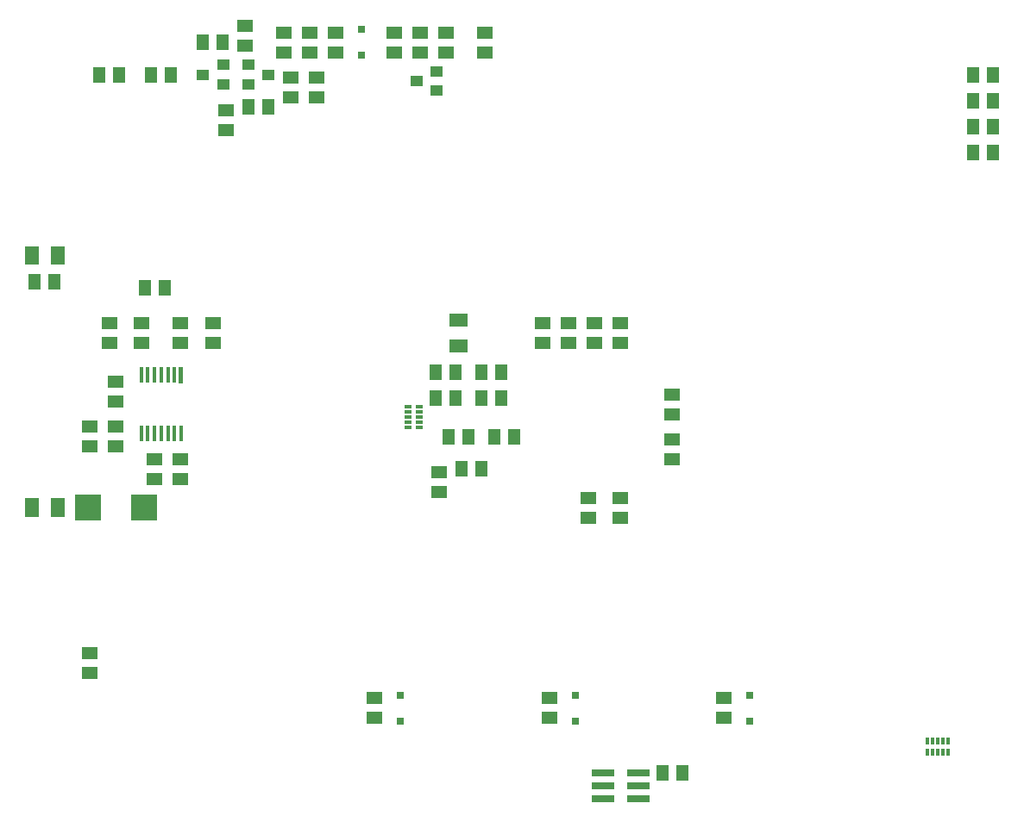
<source format=gbp>
G04 #@! TF.GenerationSoftware,KiCad,Pcbnew,(5.1.6)-1*
G04 #@! TF.CreationDate,2021-04-11T16:08:57+02:00*
G04 #@! TF.ProjectId,wall-sensor-of-room-temperature,77616c6c-2d73-4656-9e73-6f722d6f662d,rev?*
G04 #@! TF.SameCoordinates,Original*
G04 #@! TF.FileFunction,Paste,Bot*
G04 #@! TF.FilePolarity,Positive*
%FSLAX46Y46*%
G04 Gerber Fmt 4.6, Leading zero omitted, Abs format (unit mm)*
G04 Created by KiCad (PCBNEW (5.1.6)-1) date 2021-04-11 16:08:57*
%MOMM*%
%LPD*%
G01*
G04 APERTURE LIST*
%ADD10R,0.300000X0.800000*%
%ADD11R,0.800000X0.300000*%
%ADD12R,0.400000X1.600000*%
%ADD13C,0.150000*%
%ADD14R,1.300000X1.000000*%
%ADD15R,2.200000X0.800000*%
%ADD16R,1.300000X1.500000*%
%ADD17R,1.500000X1.300000*%
%ADD18R,0.800000X0.800000*%
%ADD19R,2.500000X2.500000*%
G04 APERTURE END LIST*
D10*
X129675000Y-142145000D03*
X131175000Y-142145000D03*
X129175000Y-141065000D03*
X129675000Y-141065000D03*
X130175000Y-142145000D03*
X130675000Y-142145000D03*
X129175000Y-142145000D03*
X130175000Y-141065000D03*
X130675000Y-141065000D03*
X131175000Y-141065000D03*
D11*
X78200000Y-108720000D03*
X78200000Y-110220000D03*
X79280000Y-108220000D03*
X79280000Y-108720000D03*
X78200000Y-109220000D03*
X78200000Y-109720000D03*
X78200000Y-108220000D03*
X79280000Y-109220000D03*
X79280000Y-109720000D03*
X79280000Y-110220000D03*
D12*
X54625000Y-105087500D03*
D13*
G36*
X55725000Y-104287500D02*
G01*
X56125000Y-104287500D01*
X56125000Y-105887500D01*
X55725000Y-105887500D01*
X55725000Y-104287500D01*
G37*
D12*
X53975000Y-110812500D03*
X55275000Y-105087500D03*
X53325000Y-105087500D03*
X53325000Y-110812500D03*
X55275000Y-110812500D03*
X52025000Y-105087500D03*
X52675000Y-105087500D03*
X53975000Y-105087500D03*
X54625000Y-110812500D03*
X52675000Y-110812500D03*
X55925000Y-110812500D03*
X52025000Y-110812500D03*
D14*
X62500000Y-76515000D03*
X64500000Y-75565000D03*
X62500000Y-74615000D03*
D15*
X100787200Y-145415000D03*
X100787200Y-146685000D03*
X100787200Y-144145000D03*
X97332800Y-146685000D03*
X97332800Y-145415000D03*
X97332800Y-144145000D03*
D16*
X105110000Y-144145000D03*
X103170000Y-144145000D03*
X133650000Y-80645000D03*
X135590000Y-80645000D03*
D17*
X66040000Y-73360000D03*
X66040000Y-71420000D03*
X62230000Y-72725000D03*
X62230000Y-70785000D03*
D16*
X54945000Y-75565000D03*
X53005000Y-75565000D03*
D17*
X60325000Y-80980000D03*
X60325000Y-79040000D03*
X46990000Y-134320000D03*
X46990000Y-132380000D03*
D13*
G36*
X41925000Y-92445000D02*
G01*
X41925000Y-94245000D01*
X40625000Y-94245000D01*
X40625000Y-92445000D01*
X41925000Y-92445000D01*
G37*
G36*
X44465000Y-92445000D02*
G01*
X44465000Y-94245000D01*
X43165000Y-94245000D01*
X43165000Y-92445000D01*
X44465000Y-92445000D01*
G37*
D17*
X66675000Y-77805000D03*
X66675000Y-75865000D03*
X69215000Y-75865000D03*
X69215000Y-77805000D03*
D16*
X54310000Y-96520000D03*
X52370000Y-96520000D03*
D17*
X55880000Y-101935000D03*
X55880000Y-99995000D03*
X59055000Y-101935000D03*
X59055000Y-99995000D03*
D16*
X88600000Y-111125000D03*
X86660000Y-111125000D03*
D17*
X91440000Y-99995000D03*
X91440000Y-101935000D03*
X93980000Y-99995000D03*
X93980000Y-101935000D03*
X96520000Y-99995000D03*
X96520000Y-101935000D03*
X55880000Y-113330000D03*
X55880000Y-115270000D03*
X53340000Y-113330000D03*
X53340000Y-115270000D03*
X99060000Y-99995000D03*
X99060000Y-101935000D03*
X46990000Y-112095000D03*
X46990000Y-110155000D03*
X49530000Y-112095000D03*
X49530000Y-110155000D03*
D13*
G36*
X84085000Y-100345000D02*
G01*
X82285000Y-100345000D01*
X82285000Y-99045000D01*
X84085000Y-99045000D01*
X84085000Y-100345000D01*
G37*
G36*
X84085000Y-102885000D02*
G01*
X82285000Y-102885000D01*
X82285000Y-101585000D01*
X84085000Y-101585000D01*
X84085000Y-102885000D01*
G37*
D17*
X81280000Y-116540000D03*
X81280000Y-114600000D03*
X104140000Y-106980000D03*
X104140000Y-108920000D03*
D16*
X87330000Y-104775000D03*
X85390000Y-104775000D03*
X87330000Y-107315000D03*
X85390000Y-107315000D03*
X84155000Y-111125000D03*
X82215000Y-111125000D03*
X85425000Y-114300000D03*
X83485000Y-114300000D03*
D17*
X85725000Y-71420000D03*
X85725000Y-73360000D03*
X81915000Y-73360000D03*
X81915000Y-71420000D03*
D14*
X81010000Y-75250000D03*
X79010000Y-76200000D03*
X81010000Y-77150000D03*
D18*
X77470000Y-136525000D03*
X77470000Y-139065000D03*
X94615000Y-136525000D03*
X94615000Y-139065000D03*
X111760000Y-136525000D03*
X111760000Y-139065000D03*
X73660000Y-73660000D03*
X73660000Y-71120000D03*
D14*
X60055000Y-74615000D03*
X58055000Y-75565000D03*
X60055000Y-76515000D03*
D19*
X52280000Y-118110000D03*
X46780000Y-118110000D03*
D17*
X74930000Y-136825000D03*
X74930000Y-138765000D03*
X92075000Y-136825000D03*
X92075000Y-138765000D03*
X109220000Y-136825000D03*
X109220000Y-138765000D03*
D16*
X133650000Y-83185000D03*
X135590000Y-83185000D03*
X133650000Y-75565000D03*
X135590000Y-75565000D03*
X133650000Y-78105000D03*
X135590000Y-78105000D03*
D17*
X71120000Y-73360000D03*
X71120000Y-71420000D03*
D16*
X49865000Y-75565000D03*
X47925000Y-75565000D03*
X58085000Y-72390000D03*
X60025000Y-72390000D03*
X64470000Y-78740000D03*
X62530000Y-78740000D03*
X41575000Y-95885000D03*
X43515000Y-95885000D03*
D17*
X68580000Y-73360000D03*
X68580000Y-71420000D03*
X52070000Y-101935000D03*
X52070000Y-99995000D03*
X49530000Y-105710000D03*
X49530000Y-107650000D03*
X48895000Y-99995000D03*
X48895000Y-101935000D03*
D13*
G36*
X43165000Y-119010000D02*
G01*
X43165000Y-117210000D01*
X44465000Y-117210000D01*
X44465000Y-119010000D01*
X43165000Y-119010000D01*
G37*
G36*
X40625000Y-119010000D02*
G01*
X40625000Y-117210000D01*
X41925000Y-117210000D01*
X41925000Y-119010000D01*
X40625000Y-119010000D01*
G37*
D17*
X95885000Y-117140000D03*
X95885000Y-119080000D03*
X99060000Y-117140000D03*
X99060000Y-119080000D03*
D16*
X82885000Y-104775000D03*
X80945000Y-104775000D03*
X82885000Y-107315000D03*
X80945000Y-107315000D03*
D17*
X76835000Y-73360000D03*
X76835000Y-71420000D03*
X79375000Y-73360000D03*
X79375000Y-71420000D03*
X104140000Y-111425000D03*
X104140000Y-113365000D03*
M02*

</source>
